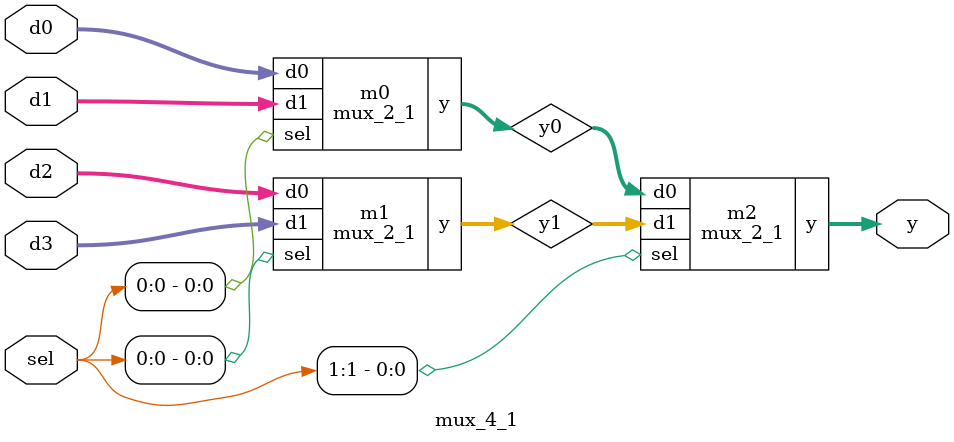
<source format=sv>

module mux_2_1 (
    input  [3:0] d0,
    d1,
    input        sel,
    output [3:0] y
);

  assign y = sel ? d1 : d0;

endmodule

//----------------------------------------------------------------------------
// Task
//----------------------------------------------------------------------------

module mux_4_1 (
    input  [3:0] d0,
    d1,
    d2,
    d3,
    input  [1:0] sel,
    output [3:0] y
);

  // Task:
  // Implement mux_4_1 using three instances of mux_2_1

  logic [3:0] y0, y1;  // Internal


  mux_2_1 m0 (
      .d0(d0),  //sel[0] = 0
      .d1(d1),  // sel[0] = 1
      .sel(sel[0]),
      .y(y0)
  );

  mux_2_1 m1 (
      .d0(d2),  // sel[0] = 0
      .d1(d3),  // sel[0] = 1
      .sel(sel[0]),
      .y(y1)
  );

  mux_2_1 m2 (
      .d0(y0),  // sel[1] = 0
      .d1(y1),  //sel[1] = 1
      .sel(sel[1]),
      .y(y)
  );


endmodule

</source>
